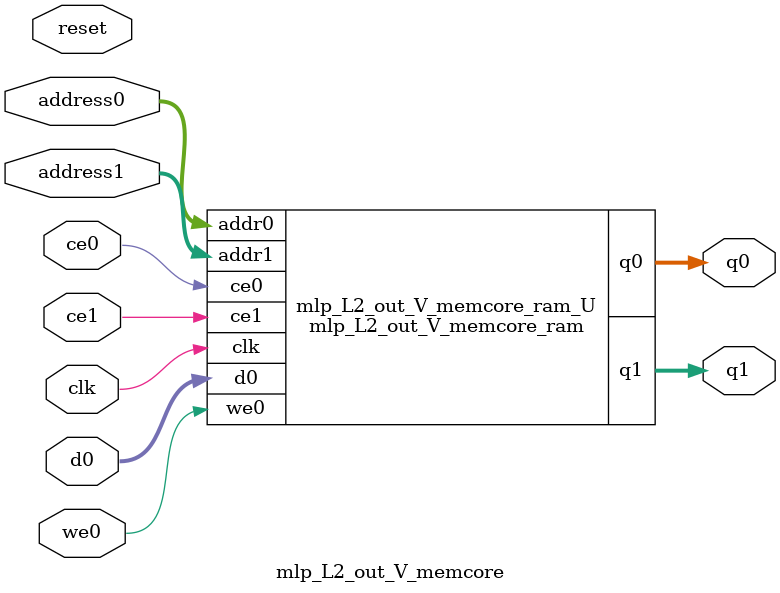
<source format=v>

`timescale 1 ns / 1 ps
module mlp_L2_out_V_memcore_ram (addr0, ce0, d0, we0, q0, addr1, ce1, q1,  clk);

parameter DWIDTH = 18;
parameter AWIDTH = 4;
parameter MEM_SIZE = 10;

input[AWIDTH-1:0] addr0;
input ce0;
input[DWIDTH-1:0] d0;
input we0;
output reg[DWIDTH-1:0] q0;
input[AWIDTH-1:0] addr1;
input ce1;
output reg[DWIDTH-1:0] q1;
input clk;

(* ram_style = "distributed" *)reg [DWIDTH-1:0] ram[0:MEM_SIZE-1];




always @(posedge clk)  
begin 
    if (ce0) 
    begin
        if (we0) 
        begin 
            ram[addr0] <= d0; 
            q0 <= d0;
        end 
        else 
            q0 <= ram[addr0];
    end
end


always @(posedge clk)  
begin 
    if (ce1) 
    begin
            q1 <= ram[addr1];
    end
end


endmodule


`timescale 1 ns / 1 ps
module mlp_L2_out_V_memcore(
    reset,
    clk,
    address0,
    ce0,
    we0,
    d0,
    q0,
    address1,
    ce1,
    q1);

parameter DataWidth = 32'd18;
parameter AddressRange = 32'd10;
parameter AddressWidth = 32'd4;
input reset;
input clk;
input[AddressWidth - 1:0] address0;
input ce0;
input we0;
input[DataWidth - 1:0] d0;
output[DataWidth - 1:0] q0;
input[AddressWidth - 1:0] address1;
input ce1;
output[DataWidth - 1:0] q1;



mlp_L2_out_V_memcore_ram mlp_L2_out_V_memcore_ram_U(
    .clk( clk ),
    .addr0( address0 ),
    .ce0( ce0 ),
    .we0( we0 ),
    .d0( d0 ),
    .q0( q0 ),
    .addr1( address1 ),
    .ce1( ce1 ),
    .q1( q1 ));

endmodule


</source>
